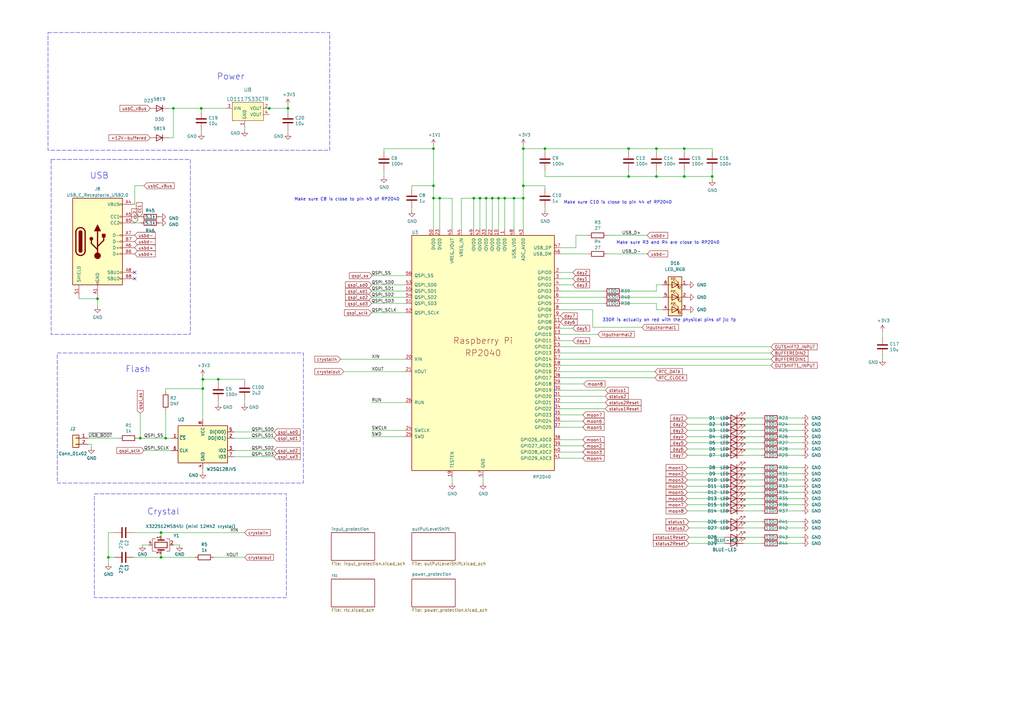
<source format=kicad_sch>
(kicad_sch (version 20230121) (generator eeschema)
  (paper "A3")
  (title_block (title "RP2040 Minimal Design Example") (date "2020-12-18") (rev "REV1") (company "Raspberry Pi (Trading) Ltd"))
  (junction (at 196.85 81.28))
  (junction (at 66.04 218.44))
  (junction (at 40.005 122.555))
  (junction (at 201.93 81.28))
  (junction (at 214.63 76.2))
  (junction (at 292.1 72.39))
  (junction (at 207.01 81.28))
  (junction (at 269.24 60.96))
  (junction (at 66.04 228.6))
  (junction (at 82.55 44.45))
  (junction (at 280.67 72.39))
  (junction (at 57.531 179.705))
  (junction (at 257.81 60.96))
  (junction (at 89.535 155.575))
  (junction (at 83.185 155.575))
  (junction (at 180.34 81.28))
  (junction (at 204.47 81.28))
  (junction (at 83.185 159.385))
  (junction (at 44.45 228.6))
  (junction (at 194.31 81.28))
  (junction (at 214.63 81.28))
  (junction (at 71.12 44.45))
  (junction (at 177.8 81.28))
  (junction (at 177.8 76.2))
  (junction (at 118.11 44.45))
  (junction (at 110.49 44.45))
  (junction (at 199.39 81.28))
  (junction (at 257.81 72.39))
  (junction (at 214.63 60.96))
  (junction (at 210.82 81.28))
  (junction (at 223.52 60.96))
  (junction (at 177.8 60.96))
  (junction (at 269.24 72.39))
  (junction (at 67.945 179.705))
  (junction (at 280.67 60.96))
  (no_connect (at 55.245 114.3))
  (no_connect (at 55.245 111.76))
  (polyline (pts (xy 227.33 176.53) (xy 227.33 156.21)))
  (wire (pts (xy 320.04 209.55) (xy 328.93 209.55)))
  (wire (pts (xy 361.95 135.89) (xy 361.95 138.43)))
  (wire (pts (xy 59.055 184.785) (xy 70.485 184.785)))
  (wire (pts (xy 198.12 195.58) (xy 198.12 198.12)))
  (wire (pts (xy 189.23 81.28) (xy 194.31 81.28)))
  (wire (pts (xy 304.8 216.535) (xy 312.42 216.535)))
  (wire (pts (xy 229.87 185.42) (xy 239.395 185.42)))
  (wire (pts (xy 247.65 124.46) (xy 229.87 124.46)))
  (wire (pts (xy 234.95 114.3) (xy 229.87 114.3)))
  (wire (pts (xy 248.285 162.56) (xy 229.87 162.56)))
  (wire (pts (xy 48.895 179.705) (xy 36.195 179.705)))
  (wire (pts (xy 32.385 121.92) (xy 32.385 122.555)))
  (wire (pts (xy 110.49 44.45) (xy 118.11 44.45)))
  (wire (pts (xy 247.65 119.38) (xy 229.87 119.38)))
  (wire (pts (xy 304.8 176.53) (xy 312.42 176.53)))
  (wire (pts (xy 194.31 93.98) (xy 194.31 81.28)))
  (wire (pts (xy 44.45 228.6) (xy 44.45 231.14)))
  (wire (pts (xy 67.945 160.655) (xy 67.945 159.385)))
  (wire (pts (xy 89.535 164.465) (xy 89.535 165.735)))
  (wire (pts (xy 320.04 194.31) (xy 328.93 194.31)))
  (wire (pts (xy 157.48 62.23) (xy 157.48 60.96)))
  (wire (pts (xy 207.01 81.28) (xy 207.01 93.98)))
  (wire (pts (xy 280.67 72.39) (xy 269.24 72.39)))
  (wire (pts (xy 37.465 182.245) (xy 37.465 183.515)))
  (wire (pts (xy 83.185 155.575) (xy 83.185 159.385)))
  (wire (pts (xy 180.34 93.98) (xy 180.34 81.28)))
  (wire (pts (xy 229.87 147.32) (xy 316.23 147.32)))
  (wire (pts (xy 71.12 56.515) (xy 69.215 56.515)))
  (wire (pts (xy 36.195 182.245) (xy 37.465 182.245)))
  (wire (pts (xy 223.52 72.39) (xy 257.81 72.39)))
  (wire (pts (xy 69.215 44.45) (xy 71.12 44.45)))
  (wire (pts (xy 229.87 187.96) (xy 239.395 187.96)))
  (wire (pts (xy 320.04 184.15) (xy 328.93 184.15)))
  (wire (pts (xy 320.04 173.99) (xy 328.93 173.99)))
  (wire (pts (xy 320.04 220.345) (xy 328.93 220.345)))
  (wire (pts (xy 281.94 209.55) (xy 297.18 209.55)))
  (wire (pts (xy 304.8 199.39) (xy 312.42 199.39)))
  (wire (pts (xy 177.8 60.96) (xy 177.8 76.2)))
  (wire (pts (xy 196.85 93.98) (xy 196.85 81.28)))
  (wire (pts (xy 214.63 81.28) (xy 214.63 93.98)))
  (wire (pts (xy 304.8 201.93) (xy 312.42 201.93)))
  (wire (pts (xy 281.94 196.85) (xy 297.18 196.85)))
  (wire (pts (xy 180.34 81.28) (xy 177.8 81.28)))
  (wire (pts (xy 320.04 191.77) (xy 328.93 191.77)))
  (wire (pts (xy 118.11 44.45) (xy 118.11 43.18)))
  (wire (pts (xy 282.575 220.345) (xy 297.18 220.345)))
  (wire (pts (xy 268.605 154.94) (xy 229.87 154.94)))
  (wire (pts (xy 67.945 168.275) (xy 67.945 179.705)))
  (wire (pts (xy 196.85 81.28) (xy 199.39 81.28)))
  (wire (pts (xy 194.31 81.28) (xy 196.85 81.28)))
  (wire (pts (xy 214.63 59.69) (xy 214.63 60.96)))
  (wire (pts (xy 223.52 60.96) (xy 257.81 60.96)))
  (wire (pts (xy 282.575 216.535) (xy 297.18 216.535)))
  (wire (pts (xy 304.8 173.99) (xy 312.42 173.99)))
  (wire (pts (xy 157.48 60.96) (xy 177.8 60.96)))
  (wire (pts (xy 304.8 196.85) (xy 312.42 196.85)))
  (wire (pts (xy 269.24 62.23) (xy 269.24 60.96)))
  (wire (pts (xy 257.81 69.85) (xy 257.81 72.39)))
  (wire (pts (xy 229.87 157.48) (xy 239.395 157.48)))
  (wire (pts (xy 177.8 76.2) (xy 177.8 81.28)))
  (wire (pts (xy 269.24 60.96) (xy 280.67 60.96)))
  (wire (pts (xy 248.285 167.64) (xy 229.87 167.64)))
  (wire (pts (xy 229.87 101.6) (xy 236.22 101.6)))
  (wire (pts (xy 281.94 171.45) (xy 297.18 171.45)))
  (wire (pts (xy 269.24 119.38) (xy 269.24 116.84)))
  (wire (pts (xy 304.8 213.995) (xy 312.42 213.995)))
  (wire (pts (xy 292.1 72.39) (xy 292.1 73.66)))
  (wire (pts (xy 140.97 152.4) (xy 166.37 152.4)))
  (wire (pts (xy 229.87 149.86) (xy 316.23 149.86)))
  (wire (pts (xy 229.87 104.14) (xy 241.3 104.14)))
  (wire (pts (xy 66.04 228.6) (xy 80.01 228.6)))
  (wire (pts (xy 139.7 147.32) (xy 166.37 147.32)))
  (wire (pts (xy 214.63 60.96) (xy 223.52 60.96)))
  (wire (pts (xy 44.45 218.44) (xy 44.45 228.6)))
  (wire (pts (xy 46.99 218.44) (xy 44.45 218.44)))
  (wire (pts (xy 55.245 91.44) (xy 57.785 91.44)))
  (wire (pts (xy 304.8 204.47) (xy 312.42 204.47)))
  (wire (pts (xy 82.55 53.34) (xy 82.55 54.61)))
  (wire (pts (xy 263.2964 134.2644) (xy 243.078 134.2644)))
  (wire (pts (xy 168.91 77.47) (xy 168.91 76.2)))
  (wire (pts (xy 281.94 173.99) (xy 297.18 173.99)))
  (wire (pts (xy 236.22 96.52) (xy 236.22 101.6)))
  (wire (pts (xy 257.81 60.96) (xy 269.24 60.96)))
  (wire (pts (xy 229.87 175.26) (xy 239.395 175.26)))
  (wire (pts (xy 185.42 81.28) (xy 180.34 81.28)))
  (wire (pts (xy 166.37 113.03) (xy 152.4 113.03)))
  (wire (pts (xy 223.52 77.47) (xy 223.52 76.2)))
  (wire (pts (xy 247.65 121.92) (xy 229.87 121.92)))
  (wire (pts (xy 255.27 121.92) (xy 271.78 121.92)))
  (wire (pts (xy 320.04 181.61) (xy 328.93 181.61)))
  (wire (pts (xy 280.67 72.39) (xy 292.1 72.39)))
  (wire (pts (xy 269.24 72.39) (xy 257.81 72.39)))
  (wire (pts (xy 229.87 182.88) (xy 239.395 182.88)))
  (wire (pts (xy 57.531 179.705) (xy 67.945 179.705)))
  (wire (pts (xy 304.8 184.15) (xy 312.42 184.15)))
  (wire (pts (xy 57.531 169.545) (xy 57.531 179.705)))
  (wire (pts (xy 223.52 62.23) (xy 223.52 60.96)))
  (wire (pts (xy 100.33 155.575) (xy 100.33 156.21)))
  (wire (pts (xy 199.39 81.28) (xy 201.93 81.28)))
  (wire (pts (xy 234.95 111.76) (xy 229.87 111.76)))
  (wire (pts (xy 223.52 85.09) (xy 223.52 86.36)))
  (wire (pts (xy 281.94 201.93) (xy 297.18 201.93)))
  (wire (pts (xy 201.93 81.28) (xy 204.47 81.28)))
  (wire (pts (xy 152.4 119.38) (xy 166.37 119.38)))
  (wire (pts (xy 292.1 62.23) (xy 292.1 60.96)))
  (wire (pts (xy 166.37 176.53) (xy 152.4 176.53)))
  (wire (pts (xy 207.01 81.28) (xy 210.82 81.28)))
  (wire (pts (xy 257.81 62.23) (xy 257.81 60.96)))
  (wire (pts (xy 248.92 96.52) (xy 265.43 96.52)))
  (wire (pts (xy 229.87 172.72) (xy 239.395 172.72)))
  (wire (pts (xy 185.42 93.98) (xy 185.42 81.28)))
  (wire (pts (xy 89.535 155.575) (xy 83.185 155.575)))
  (wire (pts (xy 168.91 85.09) (xy 168.91 86.36)))
  (wire (pts (xy 177.8 59.69) (xy 177.8 60.96)))
  (wire (pts (xy 95.885 177.165) (xy 112.395 177.165)))
  (wire (pts (xy 152.4 121.92) (xy 166.37 121.92)))
  (wire (pts (xy 304.8 207.01) (xy 312.42 207.01)))
  (wire (pts (xy 66.04 219.71) (xy 66.04 218.44)))
  (wire (pts (xy 255.27 119.38) (xy 269.24 119.38)))
  (wire (pts (xy 210.82 93.98) (xy 210.82 81.28)))
  (wire (pts (xy 304.8 194.31) (xy 312.42 194.31)))
  (wire (pts (xy 95.885 179.705) (xy 112.395 179.705)))
  (wire (pts (xy 152.4 124.46) (xy 166.37 124.46)))
  (wire (pts (xy 229.87 170.18) (xy 239.395 170.18)))
  (wire (pts (xy 271.78 116.84) (xy 269.24 116.84)))
  (wire (pts (xy 82.55 44.45) (xy 92.71 44.45)))
  (wire (pts (xy 281.94 184.15) (xy 297.18 184.15)))
  (wire (pts (xy 32.385 122.555) (xy 40.005 122.555)))
  (wire (pts (xy 95.885 187.325) (xy 112.395 187.325)))
  (wire (pts (xy 100.33 52.07) (xy 100.33 53.34)))
  (wire (pts (xy 282.575 213.995) (xy 297.18 213.995)))
  (wire (pts (xy 304.8 209.55) (xy 312.42 209.55)))
  (wire (pts (xy 269.24 127) (xy 269.24 124.46)))
  (wire (pts (xy 320.04 216.535) (xy 328.93 216.535)))
  (wire (pts (xy 361.95 146.05) (xy 361.95 147.32)))
  (wire (pts (xy 280.67 69.85) (xy 280.67 72.39)))
  (wire (pts (xy 107.95 44.45) (xy 110.49 44.45)))
  (wire (pts (xy 58.42 223.52) (xy 60.96 223.52)))
  (wire (pts (xy 166.37 165.1) (xy 152.4 165.1)))
  (wire (pts (xy 204.47 81.28) (xy 207.01 81.28)))
  (wire (pts (xy 234.95 116.84) (xy 229.87 116.84)))
  (wire (pts (xy 304.8 171.45) (xy 312.42 171.45)))
  (wire (pts (xy 281.94 176.53) (xy 297.18 176.53)))
  (wire (pts (xy 280.67 62.23) (xy 280.67 60.96)))
  (wire (pts (xy 292.1 69.85) (xy 292.1 72.39)))
  (wire (pts (xy 168.91 76.2) (xy 177.8 76.2)))
  (wire (pts (xy 304.8 220.345) (xy 312.42 220.345)))
  (wire (pts (xy 118.11 45.72) (xy 118.11 44.45)))
  (wire (pts (xy 268.605 152.4) (xy 229.87 152.4)))
  (wire (pts (xy 210.82 81.28) (xy 214.63 81.28)))
  (wire (pts (xy 46.99 228.6) (xy 44.45 228.6)))
  (wire (pts (xy 54.61 228.6) (xy 66.04 228.6)))
  (wire (pts (xy 73.66 223.52) (xy 71.12 223.52)))
  (wire (pts (xy 95.885 184.785) (xy 112.395 184.785)))
  (wire (pts (xy 82.55 45.72) (xy 82.55 44.45)))
  (wire (pts (xy 214.63 76.2) (xy 214.63 81.28)))
  (wire (pts (xy 271.78 127) (xy 269.24 127)))
  (wire (pts (xy 304.8 222.885) (xy 312.42 222.885)))
  (wire (pts (xy 243.078 134.2644) (xy 243.078 127)))
  (wire (pts (xy 281.94 191.77) (xy 297.18 191.77)))
  (wire (pts (xy 83.185 154.305) (xy 83.185 155.575)))
  (wire (pts (xy 320.04 179.07) (xy 328.93 179.07)))
  (wire (pts (xy 56.515 179.705) (xy 57.531 179.705)))
  (wire (pts (xy 83.185 192.405) (xy 83.185 193.675)))
  (wire (pts (xy 281.94 194.31) (xy 297.18 194.31)))
  (wire (pts (xy 320.04 204.47) (xy 328.93 204.47)))
  (wire (pts (xy 185.42 195.58) (xy 185.42 198.12)))
  (wire (pts (xy 229.87 137.16) (xy 245.2116 137.16)))
  (wire (pts (xy 320.04 176.53) (xy 328.93 176.53)))
  (wire (pts (xy 55.245 88.9) (xy 57.785 88.9)))
  (wire (pts (xy 320.04 186.69) (xy 328.93 186.69)))
  (wire (pts (xy 201.93 93.98) (xy 201.93 81.28)))
  (wire (pts (xy 320.04 196.85) (xy 328.93 196.85)))
  (wire (pts (xy 189.23 93.98) (xy 189.23 81.28)))
  (wire (pts (xy 281.94 186.69) (xy 297.18 186.69)))
  (wire (pts (xy 40.005 121.92) (xy 40.005 122.555)))
  (wire (pts (xy 89.535 156.845) (xy 89.535 155.575)))
  (wire (pts (xy 234.95 139.7) (xy 229.87 139.7)))
  (wire (pts (xy 229.87 180.34) (xy 239.395 180.34)))
  (wire (pts (xy 66.04 227.33) (xy 66.04 228.6)))
  (wire (pts (xy 304.8 181.61) (xy 312.42 181.61)))
  (wire (pts (xy 248.92 104.14) (xy 266.065 104.14)))
  (wire (pts (xy 199.39 93.98) (xy 199.39 81.28)))
  (wire (pts (xy 157.48 69.85) (xy 157.48 72.39)))
  (wire (pts (xy 229.87 127) (xy 243.078 127)))
  (wire (pts (xy 55.245 76.2) (xy 59.055 76.2)))
  (wire (pts (xy 118.11 53.34) (xy 118.11 54.61)))
  (wire (pts (xy 229.87 142.24) (xy 316.23 142.24)))
  (wire (pts (xy 282.575 222.885) (xy 297.18 222.885)))
  (wire (pts (xy 281.94 181.61) (xy 297.18 181.61)))
  (wire (pts (xy 280.67 60.96) (xy 292.1 60.96)))
  (wire (pts (xy 320.04 213.995) (xy 328.93 213.995)))
  (wire (pts (xy 204.47 93.98) (xy 204.47 81.28)))
  (wire (pts (xy 304.8 179.07) (xy 312.42 179.07)))
  (wire (pts (xy 320.04 222.885) (xy 328.93 222.885)))
  (wire (pts (xy 67.945 159.385) (xy 83.185 159.385)))
  (wire (pts (xy 281.94 204.47) (xy 297.18 204.47)))
  (wire (pts (xy 83.185 159.385) (xy 83.185 172.085)))
  (wire (pts (xy 304.8 186.69) (xy 312.42 186.69)))
  (wire (pts (xy 100.33 155.575) (xy 89.535 155.575)))
  (wire (pts (xy 248.285 160.02) (xy 229.87 160.02)))
  (wire (pts (xy 304.8 191.77) (xy 312.42 191.77)))
  (wire (pts (xy 40.005 122.555) (xy 40.005 125.73)))
  (wire (pts (xy 320.04 207.01) (xy 328.93 207.01)))
  (wire (pts (xy 281.94 179.07) (xy 297.18 179.07)))
  (wire (pts (xy 269.24 69.85) (xy 269.24 72.39)))
  (wire (pts (xy 100.33 163.83) (xy 100.33 165.735)))
  (wire (pts (xy 248.285 165.1) (xy 229.87 165.1)))
  (wire (pts (xy 54.61 218.44) (xy 66.04 218.44)))
  (wire (pts (xy 320.04 201.93) (xy 328.93 201.93)))
  (wire (pts (xy 177.8 81.28) (xy 177.8 93.98)))
  (wire (pts (xy 229.87 144.78) (xy 316.23 144.78)))
  (wire (pts (xy 71.12 44.45) (xy 82.55 44.45)))
  (wire (pts (xy 236.22 96.52) (xy 241.3 96.52)))
  (wire (pts (xy 281.94 207.01) (xy 297.18 207.01)))
  (wire (pts (xy 71.12 44.45) (xy 71.12 56.515)))
  (wire (pts (xy 320.04 199.39) (xy 328.93 199.39)))
  (wire (pts (xy 223.52 69.85) (xy 223.52 72.39)))
  (wire (pts (xy 255.27 124.46) (xy 269.24 124.46)))
  (wire (pts (xy 320.04 171.45) (xy 328.93 171.45)))
  (wire (pts (xy 66.04 218.44) (xy 100.33 218.44)))
  (wire (pts (xy 281.94 199.39) (xy 297.18 199.39)))
  (wire (pts (xy 87.63 228.6) (xy 100.33 228.6)))
  (wire (pts (xy 166.37 179.07) (xy 152.4 179.07)))
  (wire (pts (xy 166.37 128.27) (xy 152.4 128.27)))
  (wire (pts (xy 214.63 60.96) (xy 214.63 76.2)))
  (wire (pts (xy 55.245 83.82) (xy 55.245 76.2)))
  (wire (pts (xy 152.4 116.84) (xy 166.37 116.84)))
  (wire (pts (xy 214.63 76.2) (xy 223.52 76.2)))
  (wire (pts (xy 67.945 179.705) (xy 70.485 179.705)))
  (wire (pts (xy 234.95 134.62) (xy 229.87 134.62)))
  (rectangle (start 23.495 144.78) (end 124.46 198.12) (stroke (width 0) (type dash)))
  (rectangle (start 19.685 13.335) (end 135.255 61.595) (stroke (width 0) (type dash)))
  (rectangle (start 38.735 202.565) (end 117.475 245.11) (stroke (width 0) (type dash)))
  (rectangle (start 20.955 65.405) (end 78.105 137.16) (stroke (width 0) (type dash)))
  (text "Power" (at 88.9 33.02 0) (effects (font (size 2.54 2.54)) (justify left bottom)))
  (text "Flash" (at 51.435 153.035 0) (effects (font (size 2.54 2.54)) (justify left bottom)))
  (text "USB" (at 36.83 73.66 0) (effects (font (size 2.54 2.54)) (justify left bottom)))
  (text "Crystal" (at 60.325 211.455 0) (effects (font (size 2.54 2.54)) (justify left bottom)))
  (text "Make sure R3 and R4 are close to RP2040" (at 252.73 100.33 0) (effects (font (size 1.27 1.27)) (justify left bottom)))
  (text "Make sure C8 is close to pin 45 of RP2040" (at 120.65 82.55 0) (effects (font (size 1.27 1.27)) (justify left bottom)))
  (text "330R is actually on red with the physical pins of jlc fp\n" (at 247.015 132.08 0) (effects (font (size 1.27 1.27)) (justify left bottom)))
  (text "Make sure C10 is close to pin 44 of RP2040" (at 231.14 83.82 0) (effects (font (size 1.27 1.27)) (justify left bottom)))
  (label "QSPI_SD0" (at 112.395 177.165 180))
  (label "QSPI_SD3" (at 152.4 124.46 0))
  (label "USB_D+" (at 262.89 96.52 180))
  (label "USB_D-" (at 262.89 104.14 180))
  (label "QSPI_SD1" (at 152.4 119.38 0))
  (label "QSPI_SCLK" (at 152.4 128.27 0))
  (label "QSPI_SD2" (at 152.4 121.92 0))
  (label "QSPI_SCLK" (at 59.055 184.785 0))
  (label "XOUT" (at 152.4 152.4 0))
  (label "QSPI_SD2" (at 112.395 184.785 180))
  (label "SWCLK" (at 152.4 176.53 0))
  (label "QSPI_SD3" (at 112.395 187.325 180))
  (label "QSPI_SS" (at 59.055 179.705 0))
  (label "XOUT" (at 97.79 228.6 180))
  (label "~{USB_BOOT}" (at 36.195 179.705 0))
  (label "XIN" (at 97.79 218.44 180))
  (label "SWD" (at 152.4 179.07 0))
  (label "QSPI_SD1" (at 112.395 179.705 180))
  (label "XIN" (at 152.4 147.32 0))
  (label "QSPI_SS" (at 152.4 113.03 0))
  (label "QSPI_SD0" (at 152.4 116.84 0))
  (label "RUN" (at 152.4 165.1 0))
  (global_label "day7" (shape input) (at 281.94 186.69 180) (property "Intersheetrefs" "${INTERSHEET_REFS}" (effects hide)))
  (global_label "moon2" (shape input) (at 281.94 194.31 180) (property "Intersheetrefs" "${INTERSHEET_REFS}" (effects hide)))
  (global_label "status1Reset" (shape input) (at 248.285 167.64 0) (property "Intersheetrefs" "${INTERSHEET_REFS}" (effects hide)))
  (global_label "qspi_sclk" (shape input) (at 152.4 128.27 180) (property "Intersheetrefs" "${INTERSHEET_REFS}" (effects hide)))
  (global_label "RTC_DATA" (shape input) (at 268.605 152.4 0) (property "Intersheetrefs" "${INTERSHEET_REFS}" (effects hide)))
  (global_label "+12V-buffered" (shape input) (at 61.595 56.515 180) (property "Intersheetrefs" "${INTERSHEET_REFS}" (effects hide)))
  (global_label "usbd+" (shape input) (at 265.43 96.52 0) (property "Intersheetrefs" "${INTERSHEET_REFS}" (effects hide)))
  (global_label "cc1" (shape input) (at 57.15 88.9 90) (property "Intersheetrefs" "${INTERSHEET_REFS}" (effects hide)))
  (global_label "usbd-" (shape input) (at 55.245 99.06 0) (property "Intersheetrefs" "${INTERSHEET_REFS}" (effects hide)))
  (global_label "status2Reset" (shape input) (at 282.575 222.885 180) (property "Intersheetrefs" "${INTERSHEET_REFS}" (effects hide)))
  (global_label "crystalout" (shape input) (at 100.33 228.6 0) (property "Intersheetrefs" "${INTERSHEET_REFS}" (effects hide)))
  (global_label "day3" (shape input) (at 281.94 176.53 180) (property "Intersheetrefs" "${INTERSHEET_REFS}" (effects hide)))
  (global_label "qspi_sd3" (shape input) (at 112.395 187.325 0) (property "Intersheetrefs" "${INTERSHEET_REFS}" (effects hide)))
  (global_label "OUTSHIFT2_INPUT" (shape input) (at 316.23 142.24 0) (property "Intersheetrefs" "${INTERSHEET_REFS}" (effects hide)))
  (global_label "moon5" (shape input) (at 239.014 175.26 0) (property "Intersheetrefs" "${INTERSHEET_REFS}" (effects hide)))
  (global_label "status2Reset" (shape input) (at 248.285 165.1 0) (property "Intersheetrefs" "${INTERSHEET_REFS}" (effects hide)))
  (global_label "qspi_ss" (shape input) (at 152.654 113.03 180) (property "Intersheetrefs" "${INTERSHEET_REFS}" (effects hide)))
  (global_label "usbd-" (shape input) (at 55.245 96.52 0) (property "Intersheetrefs" "${INTERSHEET_REFS}" (effects hide)))
  (global_label "qspi_sd1" (shape input) (at 152.4 119.38 180) (property "Intersheetrefs" "${INTERSHEET_REFS}" (effects hide)))
  (global_label "usbd+" (shape input) (at 55.245 104.14 0) (property "Intersheetrefs" "${INTERSHEET_REFS}" (effects hide)))
  (global_label "moon1" (shape input) (at 239.014 180.34 0) (property "Intersheetrefs" "${INTERSHEET_REFS}" (effects hide)))
  (global_label "RTC_CLOCK" (shape input) (at 268.605 154.94 0) (property "Intersheetrefs" "${INTERSHEET_REFS}" (effects hide)))
  (global_label "qspi_sd2" (shape input) (at 152.4 121.92 180) (property "Intersheetrefs" "${INTERSHEET_REFS}" (effects hide)))
  (global_label "usbd-" (shape input) (at 265.43 104.14 0) (property "Intersheetrefs" "${INTERSHEET_REFS}" (effects hide)))
  (global_label "crystalout" (shape input) (at 140.97 152.4 180) (property "Intersheetrefs" "${INTERSHEET_REFS}" (effects hide)))
  (global_label "qspi_sd1" (shape input) (at 112.395 179.705 0) (property "Intersheetrefs" "${INTERSHEET_REFS}" (effects hide)))
  (global_label "status1" (shape input) (at 282.575 213.995 180) (property "Intersheetrefs" "${INTERSHEET_REFS}" (effects hide)))
  (global_label "day6" (shape input) (at 281.94 184.15 180) (property "Intersheetrefs" "${INTERSHEET_REFS}" (effects hide)))
  (global_label "status2" (shape input) (at 248.285 162.56 0) (property "Intersheetrefs" "${INTERSHEET_REFS}" (effects hide)))
  (global_label "day7" (shape input) (at 229.87 129.54 0) (property "Intersheetrefs" "${INTERSHEET_REFS}" (effects hide)))
  (global_label "BUFFEREDIN2" (shape input) (at 316.23 144.78 0) (property "Intersheetrefs" "${INTERSHEET_REFS}" (effects hide)))
  (global_label "status2" (shape input) (at 282.575 216.535 180) (property "Intersheetrefs" "${INTERSHEET_REFS}" (effects hide)))
  (global_label "day4" (shape input) (at 234.95 139.7 0) (property "Intersheetrefs" "${INTERSHEET_REFS}" (effects hide)))
  (global_label "qspi_sd3" (shape input) (at 152.4 124.46 180) (property "Intersheetrefs" "${INTERSHEET_REFS}" (effects hide)))
  (global_label "moon7" (shape input) (at 239.014 170.18 0) (property "Intersheetrefs" "${INTERSHEET_REFS}" (effects hide)))
  (global_label "crystalin" (shape input) (at 139.7 147.32 180) (property "Intersheetrefs" "${INTERSHEET_REFS}" (effects hide)))
  (global_label "moon2" (shape input) (at 239.014 182.88 0) (property "Intersheetrefs" "${INTERSHEET_REFS}" (effects hide)))
  (global_label "usbC_vBus" (shape input) (at 59.055 76.2 0) (property "Intersheetrefs" "${INTERSHEET_REFS}" (effects hide)))
  (global_label "cc2" (shape input) (at 55.245 91.44 90) (property "Intersheetrefs" "${INTERSHEET_REFS}" (effects hide)))
  (global_label "qspi_sd2" (shape input) (at 112.395 184.785 0) (property "Intersheetrefs" "${INTERSHEET_REFS}" (effects hide)))
  (global_label "moon8" (shape input) (at 239.395 157.48 0) (property "Intersheetrefs" "${INTERSHEET_REFS}" (effects hide)))
  (global_label "status1Reset" (shape input) (at 282.575 220.345 180) (property "Intersheetrefs" "${INTERSHEET_REFS}" (effects hide)))
  (global_label "moon8" (shape input) (at 281.94 209.55 180) (property "Intersheetrefs" "${INTERSHEET_REFS}" (effects hide)))
  (global_label "moon4" (shape input) (at 239.014 187.96 0) (property "Intersheetrefs" "${INTERSHEET_REFS}" (effects hide)))
  (global_label "day2" (shape input) (at 281.94 173.99 180) (property "Intersheetrefs" "${INTERSHEET_REFS}" (effects hide)))
  (global_label "OUTSHIFT1_INPUT" (shape input) (at 316.23 149.86 0) (property "Intersheetrefs" "${INTERSHEET_REFS}" (effects hide)))
  (global_label "day3" (shape input) (at 234.95 116.84 0) (property "Intersheetrefs" "${INTERSHEET_REFS}" (effects hide)))
  (global_label "day2" (shape input) (at 234.95 111.76 0) (property "Intersheetrefs" "${INTERSHEET_REFS}" (effects hide)))
  (global_label "inputnormal1" (shape input) (at 263.2964 134.2644 0) (property "Intersheetrefs" "${INTERSHEET_REFS}" (effects hide)))
  (global_label "BUFFEREDIN1" (shape input) (at 316.23 147.32 0) (property "Intersheetrefs" "${INTERSHEET_REFS}" (effects hide)))
  (global_label "moon5" (shape input) (at 281.94 201.93 180) (property "Intersheetrefs" "${INTERSHEET_REFS}" (effects hide)))
  (global_label "day1" (shape input) (at 281.94 171.45 180) (property "Intersheetrefs" "${INTERSHEET_REFS}" (effects hide)))
  (global_label "day5" (shape input) (at 281.94 181.61 180) (property "Intersheetrefs" "${INTERSHEET_REFS}" (effects hide)))
  (global_label "usbC_vBus" (shape input) (at 61.595 44.45 180) (property "Intersheetrefs" "${INTERSHEET_REFS}" (effects hide)))
  (global_label "moon1" (shape input) (at 281.94 191.77 180) (property "Intersheetrefs" "${INTERSHEET_REFS}" (effects hide)))
  (global_label "day1" (shape input) (at 234.95 114.3 0) (property "Intersheetrefs" "${INTERSHEET_REFS}" (effects hide)))
  (global_label "day6" (shape input) (at 229.87 132.08 0) (property "Intersheetrefs" "${INTERSHEET_REFS}" (effects hide)))
  (global_label "inputnormal2" (shape input) (at 245.2116 137.16 0) (property "Intersheetrefs" "${INTERSHEET_REFS}" (effects hide)))
  (global_label "moon6" (shape input) (at 239.014 172.72 0) (property "Intersheetrefs" "${INTERSHEET_REFS}" (effects hide)))
  (global_label "qspi_sd0" (shape input) (at 112.395 177.165 0) (property "Intersheetrefs" "${INTERSHEET_REFS}" (effects hide)))
  (global_label "day5" (shape input) (at 234.95 134.62 0) (property "Intersheetrefs" "${INTERSHEET_REFS}" (effects hide)))
  (global_label "qspi_sclk" (shape input) (at 59.055 184.785 180) (property "Intersheetrefs" "${INTERSHEET_REFS}" (effects hide)))
  (global_label "usbd+" (shape input) (at 55.245 101.6 0) (property "Intersheetrefs" "${INTERSHEET_REFS}" (effects hide)))
  (global_label "moon3" (shape input) (at 281.94 196.85 180) (property "Intersheetrefs" "${INTERSHEET_REFS}" (effects hide)))
  (global_label "status1" (shape input) (at 248.285 160.02 0) (property "Intersheetrefs" "${INTERSHEET_REFS}" (effects hide)))
  (global_label "moon4" (shape input) (at 281.94 199.39 180) (property "Intersheetrefs" "${INTERSHEET_REFS}" (effects hide)))
  (global_label "moon6" (shape input) (at 281.94 204.47 180) (property "Intersheetrefs" "${INTERSHEET_REFS}" (effects hide)))
  (global_label "moon7" (shape input) (at 281.94 207.01 180) (property "Intersheetrefs" "${INTERSHEET_REFS}" (effects hide)))
  (global_label "crystalin" (shape input) (at 100.33 218.44 0) (property "Intersheetrefs" "${INTERSHEET_REFS}" (effects hide)))
  (global_label "qspi_sd0" (shape input) (at 152.4 116.84 180) (property "Intersheetrefs" "${INTERSHEET_REFS}" (effects hide)))
  (global_label "day4" (shape input) (at 281.94 179.07 180) (property "Intersheetrefs" "${INTERSHEET_REFS}" (effects hide)))
  (global_label "moon3" (shape input) (at 239.014 185.42 0) (property "Intersheetrefs" "${INTERSHEET_REFS}" (effects hide)))
  (global_label "qspi_ss" (shape input) (at 57.531 169.545 90) (property "Intersheetrefs" "${INTERSHEET_REFS}" (effects hide)))
  (symbol (lib_id "MCU_RaspberryPi_RP2040:RP2040") (at 198.12 144.78 0) (unit 1)
    (property "Reference" "U3" (at 170.18 95.25 0))
    (property "Value" "RP2040" (at 222.25 195.58 0))
    (property "Footprint" "RP2040_minimal:RP2040-QFN-56" (effects hide))
    (property "JLC part Number" "C2040" (effects hide))
    (property "LCSC" "C2040" (effects hide))
  )
  (symbol (lib_id "Device:C") (at 50.8 218.44 270) (unit 1)
    (property "Reference" "C2" (at 51.9684 221.361 0) (effects (justify left)))
    (property "Value" "27p" (at 49.657 221.361 0) (effects (justify left)))
    (property "Footprint" "Capacitor_SMD:C_0402_1005Metric" (effects hide))
    (property "JLC part Number" "C1557" (effects hide))
    (property "LCSC" "C1557" (effects hide))
  )
  (symbol (lib_id "Device:C") (at 50.8 228.6 270) (unit 1)
    (property "Reference" "C3" (at 51.9684 231.521 0) (effects (justify left)))
    (property "Value" "27p" (at 49.657 231.521 0) (effects (justify left)))
    (property "Footprint" "Capacitor_SMD:C_0402_1005Metric" (effects hide))
    (property "JLC part Number" "C1557" (effects hide))
    (property "LCSC" "C1557" (effects hide))
  )
  (symbol (lib_id "power:GND") (at 44.45 231.14 0) (unit 1)
    (property "Reference" "#PWR06" (effects hide))
    (property "Value" "GND" (at 44.577 235.5342 0))
  )
  (symbol (lib_id "Memory_Flash:W25Q128JVS") (at 83.185 182.245 0) (unit 1)
    (property "Reference" "U2" (at 74.295 172.085 0))
    (property "Value" "W25Q128JVS" (at 90.805 192.405 0))
    (property "Footprint" "W25Q16JVUXIQ:SON50P300X200X60-9N" (effects hide))
    (property "Datasheet" "http://www.winbond.com/resource-files/w25q128jv_dtr%20revc%2003272018%20plus.pdf" (effects hide))
    (property "JLC part Number" "C97521" (effects hide))
    (property "LCSC" "C2843335" (effects hide))
  )
  (symbol (lib_id "power:+3V3") (at 83.185 154.305 0) (unit 1)
    (property "Reference" "#PWR07" (effects hide))
    (property "Value" "+3V3" (at 83.566 149.9108 0))
  )
  (symbol (lib_id "power:GND") (at 83.185 193.675 0) (unit 1)
    (property "Reference" "#PWR08" (effects hide))
    (property "Value" "GND" (at 79.375 194.945 0))
  )
  (symbol (lib_id "Device:R") (at 67.945 164.465 0) (unit 1)
    (property "Reference" "R2" (at 69.723 163.2966 0) (effects (justify left)))
    (property "Value" "DNF" (at 69.723 165.608 0) (effects (justify left)))
    (property "Footprint" "Capacitor_SMD:C_0402_1005Metric" (effects hide))
  )
  (symbol (lib_id "Device:R") (at 52.705 179.705 270) (unit 1)
    (property "Reference" "R1" (at 52.705 174.4472 90))
    (property "Value" "1k" (at 52.705 176.7586 90))
    (property "Footprint" "Capacitor_SMD:C_0402_1005Metric" (effects hide))
    (property "LCSC" "C11702" (effects hide))
  )
  (symbol (lib_id "Device:C") (at 89.535 160.655 0) (unit 1)
    (property "Reference" "C5" (at 92.456 159.4866 0) (effects (justify left)))
    (property "Value" "100n" (at 92.456 161.798 0) (effects (justify left)))
    (property "Footprint" "Capacitor_SMD:C_0402_1005Metric" (effects hide))
    (property "JLC part Number" "C1525" (effects hide))
    (property "LCSC" "C1525" (effects hide))
  )
  (symbol (lib_id "power:GND") (at 89.535 165.735 0) (unit 1)
    (property "Reference" "#PWR011" (effects hide))
    (property "Value" "GND" (at 93.345 167.005 0))
  )
  (symbol (lib_id "power:GND") (at 198.12 198.12 0) (unit 1)
    (property "Reference" "#PWR016" (effects hide))
    (property "Value" "GND" (at 198.247 202.5142 0))
  )
  (symbol (lib_id "power:GND") (at 185.42 198.12 0) (unit 1)
    (property "Reference" "#PWR015" (effects hide))
    (property "Value" "GND" (at 185.547 202.5142 0))
  )
  (symbol (lib_id "Device:R") (at 245.11 96.52 270) (unit 1)
    (property "Reference" "R3" (at 245.11 91.2622 90))
    (property "Value" "27" (at 245.11 93.5736 90))
    (property "Footprint" "Capacitor_SMD:C_0402_1005Metric" (effects hide))
    (property "JLC part Number" "C25100" (effects hide))
    (property "LCSC" "C25100" (effects hide))
  )
  (symbol (lib_id "Device:R") (at 245.11 104.14 270) (unit 1)
    (property "Reference" "R4" (at 245.11 99.06 90))
    (property "Value" "27" (at 245.11 101.6 90))
    (property "Footprint" "Capacitor_SMD:C_0402_1005Metric" (effects hide))
    (property "JLC part Number" "C25100" (effects hide))
    (property "LCSC" "C25100" (effects hide))
  )
  (symbol (lib_id "power:+3V3") (at 214.63 59.69 0) (unit 1)
    (property "Reference" "#PWR017" (effects hide))
    (property "Value" "+3V3" (at 215.011 55.2958 0))
  )
  (symbol (lib_id "power:+1V1") (at 177.8 59.69 0) (unit 1)
    (property "Reference" "#PWR014" (effects hide))
    (property "Value" "+1V1" (at 178.181 55.2958 0))
  )
  (symbol (lib_id "Device:C") (at 223.52 66.04 0) (unit 1)
    (property "Reference" "C9" (at 226.441 64.8716 0) (effects (justify left)))
    (property "Value" "100n" (at 226.441 67.183 0) (effects (justify left)))
    (property "Footprint" "Capacitor_SMD:C_0402_1005Metric" (effects hide))
    (property "JLC part Number" "C1525" (effects hide))
    (property "LCSC" "C1525" (effects hide))
  )
  (symbol (lib_id "Device:C") (at 257.81 66.04 0) (unit 1)
    (property "Reference" "C13" (at 260.731 64.8716 0) (effects (justify left)))
    (property "Value" "100n" (at 260.731 67.183 0) (effects (justify left)))
    (property "Footprint" "Capacitor_SMD:C_0402_1005Metric" (effects hide))
    (property "JLC part Number" "C1525" (effects hide))
    (property "LCSC" "C1525" (effects hide))
  )
  (symbol (lib_id "Device:C") (at 269.24 66.04 0) (unit 1)
    (property "Reference" "C14" (at 272.161 64.8716 0) (effects (justify left)))
    (property "Value" "100n" (at 272.161 67.183 0) (effects (justify left)))
    (property "Footprint" "Capacitor_SMD:C_0402_1005Metric" (effects hide))
    (property "JLC part Number" "C1525" (effects hide))
    (property "LCSC" "C1525" (effects hide))
  )
  (symbol (lib_id "Device:C") (at 280.67 66.04 0) (unit 1)
    (property "Reference" "C15" (at 283.591 64.8716 0) (effects (justify left)))
    (property "Value" "100n" (at 283.591 67.183 0) (effects (justify left)))
    (property "Footprint" "Capacitor_SMD:C_0402_1005Metric" (effects hide))
    (property "JLC part Number" "C1525" (effects hide))
    (property "LCSC" "C1525" (effects hide))
  )
  (symbol (lib_id "Device:C") (at 292.1 66.04 0) (unit 1)
    (property "Reference" "C16" (at 295.021 64.8716 0) (effects (justify left)))
    (property "Value" "100n" (at 295.021 67.183 0) (effects (justify left)))
    (property "Footprint" "Capacitor_SMD:C_0402_1005Metric" (effects hide))
    (property "JLC part Number" "C1525" (effects hide))
    (property "LCSC" "C1525" (effects hide))
  )
  (symbol (lib_id "Device:C") (at 157.48 66.04 0) (unit 1)
    (property "Reference" "C6" (at 160.401 64.8716 0) (effects (justify left)))
    (property "Value" "100n" (at 160.401 67.183 0) (effects (justify left)))
    (property "Footprint" "Capacitor_SMD:C_0402_1005Metric" (effects hide))
    (property "JLC part Number" "C1525" (effects hide))
    (property "LCSC" "C1525" (effects hide))
  )
  (symbol (lib_id "Device:C") (at 168.91 81.28 0) (unit 1)
    (property "Reference" "C8" (at 171.831 80.1116 0) (effects (justify left)))
    (property "Value" "1u" (at 171.831 82.423 0) (effects (justify left)))
    (property "Footprint" "Capacitor_SMD:C_0402_1005Metric" (effects hide))
    (property "JLC part Number" "C52923" (effects hide))
    (property "LCSC" "C52923" (effects hide))
  )
  (symbol (lib_id "Device:C") (at 223.52 81.28 0) (unit 1)
    (property "Reference" "C10" (at 226.441 80.1116 0) (effects (justify left)))
    (property "Value" "1u" (at 226.441 82.423 0) (effects (justify left)))
    (property "Footprint" "Capacitor_SMD:C_0402_1005Metric" (effects hide))
    (property "JLC part Number" "C52923" (effects hide))
    (property "LCSC" "C52923" (effects hide))
  )
  (symbol (lib_id "power:GND") (at 292.1 73.66 0) (unit 1)
    (property "Reference" "#PWR023" (effects hide))
    (property "Value" "GND" (at 292.227 78.0542 0))
  )
  (symbol (lib_id "power:GND") (at 157.48 72.39 0) (unit 1)
    (property "Reference" "#PWR012" (effects hide))
    (property "Value" "GND" (at 157.607 76.7842 0))
  )
  (symbol (lib_id "power:GND") (at 168.91 86.36 0) (unit 1)
    (property "Reference" "#PWR013" (effects hide))
    (property "Value" "GND" (at 169.037 90.7542 0))
  )
  (symbol (lib_id "power:GND") (at 223.52 86.36 0) (unit 1)
    (property "Reference" "#PWR018" (effects hide))
    (property "Value" "GND" (at 223.647 90.7542 0))
  )
  (symbol (lib_id "power:GND") (at 100.33 53.34 0) (unit 1)
    (property "Reference" "#PWR05" (effects hide))
    (property "Value" "GND" (at 96.52 54.61 0))
  )
  (symbol (lib_id "power:+3V3") (at 118.11 43.18 0) (unit 1)
    (property "Reference" "#PWR09" (effects hide))
    (property "Value" "+3V3" (at 118.491 38.7858 0))
  )
  (symbol (lib_id "Device:C") (at 82.55 49.53 0) (unit 1)
    (property "Reference" "C19" (at 85.471 48.3616 0) (effects (justify left)))
    (property "Value" "10u" (at 85.471 50.673 0) (effects (justify left)))
    (property "Footprint" "Capacitor_SMD:C_0402_1005Metric" (effects hide))
    (property "JLC part Number" "C15850" (effects hide))
    (property "LCSC" "C15525" (effects hide))
  )
  (symbol (lib_id "Device:C") (at 118.11 49.53 0) (unit 1)
    (property "Reference" "C20" (at 121.031 48.3616 0) (effects (justify left)))
    (property "Value" "10u" (at 121.031 50.673 0) (effects (justify left)))
    (property "Footprint" "Capacitor_SMD:C_0402_1005Metric" (effects hide))
    (property "JLC part Number" "C15850" (effects hide))
    (property "LCSC" "C15525" (effects hide))
  )
  (symbol (lib_id "power:GND") (at 82.55 54.61 0) (unit 1)
    (property "Reference" "#PWR04" (effects hide))
    (property "Value" "GND" (at 78.74 55.88 0))
  )
  (symbol (lib_id "power:GND") (at 118.11 54.61 0) (unit 1)
    (property "Reference" "#PWR010" (effects hide))
    (property "Value" "GND" (at 114.3 55.88 0))
  )
  (symbol (lib_id "Device:R") (at 83.82 228.6 270) (unit 1)
    (property "Reference" "R5" (at 83.82 223.3422 90))
    (property "Value" "1k" (at 83.82 225.6536 90))
    (property "Footprint" "Capacitor_SMD:C_0402_1005Metric" (effects hide))
    (property "LCSC" "C11702" (effects hide))
  )
  (symbol (lib_id "Device:Crystal_GND24") (at 66.04 223.52 270) (unit 1)
    (property "Reference" "Y1" (at 71.12 219.71 90) (effects (justify left)))
    (property "Value" "X322512MSB4SI (mini 12MhZ crystal)" (at 59.69 215.9 90) (effects (justify left)))
    (property "Footprint" "Crystal:Crystal_SMD_3225-4Pin_3.2x2.5mm" (effects hide))
    (property "JLC part Number" "C111117" (effects hide))
    (property "LCSC" "C9002" (effects hide))
  )
  (symbol (lib_id "power:+3V3") (at 361.95 135.89 0) (unit 1)
    (property "Reference" "#PWR024" (effects hide))
    (property "Value" "+3V3" (at 362.331 131.4958 0))
  )
  (symbol (lib_id "Device:C") (at 361.95 142.24 0) (unit 1)
    (property "Reference" "C17" (at 364.871 141.0716 0) (effects (justify left)))
    (property "Value" "10u" (at 364.871 143.383 0) (effects (justify left)))
    (property "Footprint" "Capacitor_SMD:C_0402_1005Metric" (effects hide))
    (property "JLC part Number" "C15850" (effects hide))
    (property "LCSC" "C15525" (effects hide))
  )
  (symbol (lib_id "power:GND") (at 361.95 147.32 0) (unit 1)
    (property "Reference" "#PWR025" (effects hide))
    (property "Value" "GND" (at 358.14 148.59 0))
  )
  (symbol (lib_id "Connector_Generic:Conn_01x02") (at 31.115 179.705 0) (mirror y) (unit 1)
    (property "Reference" "J2" (at 29.845 175.895 0))
    (property "Value" "Conn_01x02" (at 29.845 186.055 0))
    (property "Footprint" "Button_Switch_THT:SW_PUSH_6mm" (effects hide))
  )
  (symbol (lib_id "power:GND") (at 37.465 183.515 0) (unit 1)
    (property "Reference" "#PWR02" (effects hide))
    (property "Value" "GND" (at 37.592 187.9092 0))
  )
  (symbol (lib_id "power:GND") (at 328.93 186.69 90) (unit 1)
    (property "Reference" "#PWR0131" (effects hide))
    (property "Value" "GND" (at 332.74 186.69 90) (effects (justify right)))
  )
  (symbol (lib_id "Device:R") (at 316.23 199.39 270) (unit 1)
    (property "Reference" "R33" (at 321.31 199.39 90))
    (property "Value" "100r" (at 316.23 199.39 90))
    (property "Footprint" "Capacitor_SMD:C_0402_1005Metric" (effects hide))
    (property "JLC part Number" "C25076" (effects hide))
    (property "LCSC" "C25076" (effects hide))
  )
  (symbol (lib_id "Device:LED_RGB") (at 276.86 121.92 0) (mirror y) (unit 1)
    (property "Reference" "D16" (at 276.86 107.95 0))
    (property "Value" "LED_RGB" (at 276.86 110.49 0))
    (property "Footprint" "LED_SMD:LED_RGB_5050-6" (effects hide))
    (property "JLC part Number" "C784540" (effects hide))
    (property "LCSC" "C111658" (effects hide))
  )
  (symbol (lib_id "Device:R") (at 316.23 222.885 270) (unit 1)
    (property "Reference" "R44" (at 321.31 222.885 90))
    (property "Value" "100r" (at 316.23 222.885 90))
    (property "Footprint" "Capacitor_SMD:C_0402_1005Metric" (effects hide))
    (property "JLC part Number" "C25076" (effects hide))
    (property "LCSC" "C25104" (effects hide))
  )
  (symbol (lib_id "Device:LED") (at 300.99 213.995 180) (unit 1)
    (property "Reference" "D26" (at 292.1 213.995 0))
    (property "Value" "LED" (at 297.18 213.995 0))
    (property "Footprint" "LED_SMD:LED_0402_1005Metric" (effects hide))
    (property "JLC part Number" "C72038" (effects hide))
    (property "LCSC" "C434448" (effects hide))
  )
  (symbol (lib_id "power:GND") (at 328.93 173.99 90) (unit 1)
    (property "Reference" "#PWR0136" (effects hide))
    (property "Value" "GND" (at 332.74 173.9899 90) (effects (justify right)))
  )
  (symbol (lib_id "Device:R") (at 316.23 204.47 270) (unit 1)
    (property "Reference" "R35" (at 321.31 204.47 90))
    (property "Value" "100r" (at 316.23 204.47 90))
    (property "Footprint" "Capacitor_SMD:C_0402_1005Metric" (effects hide))
    (property "JLC part Number" "C25076" (effects hide))
    (property "LCSC" "C25076" (effects hide))
  )
  (symbol (lib_id "power:GND") (at 328.93 201.93 90) (unit 1)
    (property "Reference" "#PWR0126" (effects hide))
    (property "Value" "GND" (at 332.74 201.9299 90) (effects (justify right)))
  )
  (symbol (lib_id "Device:R") (at 61.595 88.9 90) (unit 1)
    (property "Reference" "R45" (at 61.595 86.36 90))
    (property "Value" "5.1k" (at 61.595 88.9 90))
    (property "Footprint" "Capacitor_SMD:C_0402_1005Metric" (effects hide))
    (property "LCSC" "C25905" (effects hide))
  )
  (symbol (lib_id "power:GND") (at 328.93 207.01 90) (unit 1)
    (property "Reference" "#PWR0106" (effects hide))
    (property "Value" "GND" (at 332.74 207.0099 90) (effects (justify right)))
  )
  (symbol (lib_id "Device:R") (at 316.23 171.45 270) (unit 1)
    (property "Reference" "R23" (at 321.31 171.45 90))
    (property "Value" "100r" (at 316.23 171.45 90))
    (property "Footprint" "Capacitor_SMD:C_0402_1005Metric" (effects hide))
    (property "JLC part Number" "C25076" (effects hide))
    (property "LCSC" "C25076" (effects hide))
  )
  (symbol (lib_id "Device:LED") (at 300.99 209.55 180) (unit 1)
    (property "Reference" "D14" (at 292.1 209.55 0))
    (property "Value" "LED" (at 297.18 209.55 0))
    (property "Footprint" "LED_SMD:LED_0402_1005Metric" (effects hide))
    (property "JLC part Number" "C72038" (effects hide))
    (property "LCSC" "C434448" (effects hide))
  )
  (symbol (lib_id "Device:R") (at 316.23 194.31 270) (unit 1)
    (property "Reference" "R31" (at 321.31 194.31 90))
    (property "Value" "100r" (at 316.23 194.31 90))
    (property "Footprint" "Capacitor_SMD:C_0402_1005Metric" (effects hide))
    (property "JLC part Number" "C25076" (effects hide))
    (property "LCSC" "C25076" (effects hide))
  )
  (symbol (lib_id "power:GND") (at 328.93 196.85 90) (unit 1)
    (property "Reference" "#PWR0128" (effects hide))
    (property "Value" "GND" (at 332.74 196.8499 90) (effects (justify right)))
  )
  (symbol (lib_id "Device:D") (at 65.405 44.45 180) (unit 1)
    (property "Reference" "D23" (at 60.96 41.275 0))
    (property "Value" "5819" (at 65.405 40.64 0))
    (property "Footprint" "Diode_SMD:D_SOD-123" (effects hide))
    (property "Sim.Device" "D" (effects hide))
    (property "Sim.Pins" "1=K 2=A" (effects hide))
    (property "LCSC" "C8598" (effects hide))
  )
  (symbol (lib_id "Device:D") (at 65.405 56.515 180) (unit 1)
    (property "Reference" "D30" (at 65.405 48.895 0))
    (property "Value" "5819" (at 65.405 52.705 0))
    (property "Footprint" "Diode_SMD:D_SOD-123" (effects hide))
    (property "Sim.Device" "D" (effects hide))
    (property "Sim.Pins" "1=K 2=A" (effects hide))
    (property "LCSC" "C8598" (effects hide))
  )
  (symbol (lib_id "power:GND") (at 58.42 223.52 0) (unit 1)
    (property "Reference" "#PWR0148" (effects hide))
    (property "Value" "GND" (at 58.42 227.33 0))
  )
  (symbol (lib_id "Device:R") (at 316.23 220.345 270) (unit 1)
    (property "Reference" "R43" (at 321.31 220.345 90))
    (property "Value" "100r" (at 316.23 220.345 90))
    (property "Footprint" "Capacitor_SMD:C_0402_1005Metric" (effects hide))
    (property "JLC part Number" "C25076" (effects hide))
    (property "LCSC" "C25104" (effects hide))
  )
  (symbol (lib_id "power:GND") (at 328.93 216.535 90) (unit 1)
    (property "Reference" "#PWR0153" (effects hide))
    (property "Value" "GND" (at 332.74 216.5349 90) (effects (justify right)))
  )
  (symbol (lib_id "power:GND") (at 100.33 165.735 0) (unit 1)
    (property "Reference" "#PWR03" (effects hide))
    (property "Value" "GND" (at 104.14 167.005 0))
  )
  (symbol (lib_id "Device:LED") (at 300.99 176.53 180) (unit 1)
    (property "Reference" "D3" (at 292.1 176.53 0))
    (property "Value" "LED" (at 297.18 176.53 0))
    (property "Footprint" "LED_SMD:LED_0402_1005Metric" (effects hide))
    (property "JLC part Number" "C72038" (effects hide))
    (property "LCSC" "C434448" (effects hide))
  )
  (symbol (lib_id "Device:R") (at 316.23 196.85 270) (unit 1)
    (property "Reference" "R32" (at 321.31 196.85 90))
    (property "Value" "100r" (at 316.23 196.85 90))
    (property "Footprint" "Capacitor_SMD:C_0402_1005Metric" (effects hide))
    (property "JLC part Number" "C25076" (effects hide))
    (property "LCSC" "C25076" (effects hide))
  )
  (symbol (lib_id "Device:LED") (at 300.99 186.69 180) (unit 1)
    (property "Reference" "D7" (at 292.1 186.69 0))
    (property "Value" "LED" (at 297.18 186.69 0))
    (property "Footprint" "LED_SMD:LED_0402_1005Metric" (effects hide))
    (property "JLC part Number" "C72038" (effects hide))
    (property "LCSC" "C434448" (effects hide))
  )
  (symbol (lib_id "Device:LED") (at 300.99 216.535 180) (unit 1)
    (property "Reference" "D27" (at 292.1 216.535 0))
    (property "Value" "LED" (at 297.18 216.535 0))
    (property "Footprint" "LED_SMD:LED_0402_1005Metric" (effects hide))
    (property "JLC part Number" "C72038" (effects hide))
    (property "LCSC" "C434448" (effects hide))
  )
  (symbol (lib_id "power:GND") (at 328.93 209.55 90) (unit 1)
    (property "Reference" "#PWR0127" (effects hide))
    (property "Value" "GND" (at 332.74 209.5499 90) (effects (justify right)))
  )
  (symbol (lib_id "Device:R") (at 316.23 191.77 270) (unit 1)
    (property "Reference" "R30" (at 321.31 191.77 90))
    (property "Value" "100r" (at 316.23 191.77 90))
    (property "Footprint" "Capacitor_SMD:C_0402_1005Metric" (effects hide))
    (property "JLC part Number" "C25076" (effects hide))
    (property "LCSC" "C25076" (effects hide))
  )
  (symbol (lib_id "Device:R") (at 316.23 181.61 270) (unit 1)
    (property "Reference" "R27" (at 321.31 181.61 90))
    (property "Value" "100r" (at 316.23 181.61 90))
    (property "Footprint" "Capacitor_SMD:C_0402_1005Metric" (effects hide))
    (property "JLC part Number" "C25076" (effects hide))
    (property "LCSC" "C25076" (effects hide))
  )
  (symbol (lib_id "Device:LED") (at 300.99 184.15 180) (unit 1)
    (property "Reference" "D6" (at 292.1 184.15 0))
    (property "Value" "LED" (at 297.18 184.15 0))
    (property "Footprint" "LED_SMD:LED_0402_1005Metric" (effects hide))
    (property "JLC part Number" "C72038" (effects hide))
    (property "LCSC" "C434448" (effects hide))
  )
  (symbol (lib_id "Device:R") (at 316.23 176.53 270) (unit 1)
    (property "Reference" "R25" (at 321.31 176.53 90))
    (property "Value" "100r" (at 316.23 176.53 90))
    (property "Footprint" "Capacitor_SMD:C_0402_1005Metric" (effects hide))
    (property "JLC part Number" "C25076" (effects hide))
    (property "LCSC" "C25076" (effects hide))
  )
  (symbol (lib_id "Device:R") (at 316.23 213.995 270) (unit 1)
    (property "Reference" "R41" (at 321.31 213.995 90))
    (property "Value" "100r" (at 316.23 213.995 90))
    (property "Footprint" "Capacitor_SMD:C_0402_1005Metric" (effects hide))
    (property "JLC part Number" "C25076" (effects hide))
    (property "LCSC" "C25104" (effects hide))
  )
  (symbol (lib_id "Device:R") (at 251.46 119.38 270) (mirror x) (unit 1)
    (property "Reference" "R39" (at 256.54 119.38 90))
    (property "Value" "100r" (at 251.46 119.38 90))
    (property "Footprint" "Capacitor_SMD:C_0402_1005Metric" (effects hide))
    (property "JLC part Number" "C25076" (effects hide))
    (property "LCSC" "C25076" (effects hide))
  )
  (symbol (lib_id "Device:LED") (at 300.99 173.99 180) (unit 1)
    (property "Reference" "D2" (at 292.1 173.99 0))
    (property "Value" "LED" (at 297.18 173.99 0))
    (property "Footprint" "LED_SMD:LED_0402_1005Metric" (effects hide))
    (property "JLC part Number" "C72038" (effects hide))
    (property "LCSC" "C434448" (effects hide))
  )
  (symbol (lib_id "power:GND") (at 328.93 191.77 90) (unit 1)
    (property "Reference" "#PWR0130" (effects hide))
    (property "Value" "GND" (at 332.74 191.7699 90) (effects (justify right)))
  )
  (symbol (lib_name "GND_3") (lib_id "power:GND") (at 65.405 88.9 90) (unit 1)
    (property "Reference" "#PWR027" (effects hide))
    (property "Value" "GND" (at 69.215 89.535 90) (effects (justify right)))
  )
  (symbol (lib_id "power:GND") (at 328.93 204.47 90) (unit 1)
    (property "Reference" "#PWR0125" (effects hide))
    (property "Value" "GND" (at 332.74 204.4699 90) (effects (justify right)))
  )
  (symbol (lib_id "Device:C") (at 100.33 160.02 0) (unit 1)
    (property "Reference" "C100" (at 103.251 158.8516 0) (effects (justify left)))
    (property "Value" "2u2" (at 103.251 161.163 0) (effects (justify left)))
    (property "Footprint" "Capacitor_SMD:C_0402_1005Metric" (effects hide))
    (property "JLC part Number" "C1525" (effects hide))
    (property "LCSC" "C12530" (effects hide))
  )
  (symbol (lib_name "GND_3") (lib_id "power:GND") (at 65.405 91.44 90) (unit 1)
    (property "Reference" "#PWR028" (effects hide))
    (property "Value" "GND" (at 69.215 92.075 90) (effects (justify right)))
  )
  (symbol (lib_id "Device:LED") (at 300.99 199.39 180) (unit 1)
    (property "Reference" "D11" (at 292.1 199.39 0))
    (property "Value" "LED" (at 297.18 199.39 0))
    (property "Footprint" "LED_SMD:LED_0402_1005Metric" (effects hide))
    (property "JLC part Number" "C72038" (effects hide))
    (property "LCSC" "C434448" (effects hide))
  )
  (symbol (lib_id "power:GND") (at 328.93 199.39 90) (unit 1)
    (property "Reference" "#PWR0120" (effects hide))
    (property "Value" "GND" (at 332.74 199.3899 90) (effects (justify right)))
  )
  (symbol (lib_id "Device:R") (at 316.23 216.535 270) (unit 1)
    (property "Reference" "R42" (at 321.31 216.535 90))
    (property "Value" "100r" (at 316.23 216.535 90))
    (property "Footprint" "Capacitor_SMD:C_0402_1005Metric" (effects hide))
    (property "JLC part Number" "C25076" (effects hide))
    (property "LCSC" "C25104" (effects hide))
  )
  (symbol (lib_id "Device:LED") (at 300.99 220.345 180) (unit 1)
    (property "Reference" "D28" (at 292.1 220.345 0))
    (property "Value" "BLUE-LED" (at 297.815 221.615 0))
    (property "Footprint" "LED_SMD:LED_0402_1005Metric" (effects hide))
    (property "JLC part Number" "C72038" (effects hide))
    (property "LCSC" "C130724" (effects hide))
  )
  (symbol (lib_id "Device:LED") (at 300.99 196.85 180) (unit 1)
    (property "Reference" "D10" (at 292.1 196.85 0))
    (property "Value" "LED" (at 297.18 196.85 0))
    (property "Footprint" "LED_SMD:LED_0402_1005Metric" (effects hide))
    (property "JLC part Number" "C72038" (effects hide))
    (property "LCSC" "C434448" (effects hide))
  )
  (symbol (lib_id "Connector:USB_C_Receptacle_USB2.0") (at 40.005 99.06 0) (unit 1)
    (property "Reference" "J8" (at 40.005 77.47 0))
    (property "Value" "USB_C_Receptacle_USB2.0" (at 40.005 80.01 0))
    (property "Footprint" "Connector_USB:USB_C_Receptacle_G-Switch_GT-USB-7010ASV" (effects hide))
    (property "Datasheet" "https://www.usb.org/sites/default/files/documents/usb_type-c.zip" (effects hide))
    (property "LCSC" "C2988369" (effects hide))
  )
  (symbol (lib_id "power:GND") (at 281.94 121.92 90) (mirror x) (unit 1)
    (property "Reference" "#PWR0147" (effects hide))
    (property "Value" "GND" (at 285.75 121.9201 90) (effects (justify right)))
  )
  (symbol (lib_id "Device:R") (at 316.23 184.15 270) (unit 1)
    (property "Reference" "R28" (at 321.31 184.15 90))
    (property "Value" "100r" (at 316.23 184.15 90))
    (property "Footprint" "Capacitor_SMD:C_0402_1005Metric" (effects hide))
    (property "JLC part Number" "C25076" (effects hide))
    (property "LCSC" "C25076" (effects hide))
  )
  (symbol (lib_id "Device:LED") (at 300.99 181.61 180) (unit 1)
    (property "Reference" "D5" (at 292.1 181.61 0))
    (property "Value" "LED" (at 297.18 181.61 0))
    (property "Footprint" "LED_SMD:LED_0402_1005Metric" (effects hide))
    (property "JLC part Number" "C72038" (effects hide))
    (property "LCSC" "C434448" (effects hide))
  )
  (symbol (lib_id "Device:LED") (at 300.99 179.07 180) (unit 1)
    (property "Reference" "D4" (at 292.1 179.07 0))
    (property "Value" "LED" (at 297.18 179.07 0))
    (property "Footprint" "LED_SMD:LED_0402_1005Metric" (effects hide))
    (property "JLC part Number" "C72038" (effects hide))
    (property "LCSC" "C434448" (effects hide))
  )
  (symbol (lib_id "Device:R") (at 316.23 207.01 270) (unit 1)
    (property "Reference" "R36" (at 321.31 207.01 90))
    (property "Value" "100r" (at 316.23 207.01 90))
    (property "Footprint" "Capacitor_SMD:C_0402_1005Metric" (effects hide))
    (property "JLC part Number" "C25076" (effects hide))
    (property "LCSC" "C25076" (effects hide))
  )
  (symbol (lib_id "power:GND") (at 281.94 127 90) (mirror x) (unit 1)
    (property "Reference" "#PWR0146" (effects hide))
    (property "Value" "GND" (at 285.75 127.0001 90) (effects (justify right)))
  )
  (symbol (lib_id "Device:R") (at 316.23 186.69 270) (unit 1)
    (property "Reference" "R29" (at 321.31 186.69 90))
    (property "Value" "100r" (at 316.23 186.69 90))
    (property "Footprint" "Capacitor_SMD:C_0402_1005Metric" (effects hide))
    (property "JLC part Number" "C25076" (effects hide))
    (property "LCSC" "C25076" (effects hide))
  )
  (symbol (lib_id "Device:R") (at 316.23 201.93 270) (unit 1)
    (property "Reference" "R34" (at 321.31 201.93 90))
    (property "Value" "100r" (at 316.23 201.93 90))
    (property "Footprint" "Capacitor_SMD:C_0402_1005Metric" (effects hide))
    (property "JLC part Number" "C25076" (effects hide))
    (property "LCSC" "C25076" (effects hide))
  )
  (symbol (lib_id "power:GND") (at 328.93 194.31 90) (unit 1)
    (property "Reference" "#PWR0129" (effects hide))
    (property "Value" "GND" (at 332.74 194.3099 90) (effects (justify right)))
  )
  (symbol (lib_id "power:GND") (at 328.93 179.07 90) (unit 1)
    (property "Reference" "#PWR0134" (effects hide))
    (property "Value" "GND" (at 332.74 179.0699 90) (effects (justify right)))
  )
  (symbol (lib_id "Device:R") (at 251.46 124.46 270) (mirror x) (unit 1)
    (property "Reference" "R38" (at 256.54 124.46 90))
    (property "Value" "100r" (at 251.46 124.46 90))
    (property "Footprint" "Capacitor_SMD:C_0402_1005Metric" (effects hide))
    (property "JLC part Number" "C25076" (effects hide))
    (property "LCSC" "C25076" (effects hide))
  )
  (symbol (lib_id "power:GND") (at 73.66 223.52 0) (unit 1)
    (property "Reference" "#PWR0149" (effects hide))
    (property "Value" "GND" (at 73.66 227.33 0))
  )
  (symbol (lib_id "Device:LED") (at 300.99 191.77 180) (unit 1)
    (property "Reference" "D8" (at 292.1 191.77 0))
    (property "Value" "LED" (at 297.18 191.77 0))
    (property "Footprint" "LED_SMD:LED_0402_1005Metric" (effects hide))
    (property "JLC part Number" "C72038" (effects hide))
    (property "LCSC" "C434448" (effects hide))
  )
  (symbol (lib_id "power:GND") (at 328.93 222.885 90) (unit 1)
    (property "Reference" "#PWR0151" (effects hide))
    (property "Value" "GND" (at 332.74 222.8849 90) (effects (justify right)))
  )
  (symbol (lib_id "power:GND") (at 328.93 181.61 90) (unit 1)
    (property "Reference" "#PWR0135" (effects hide))
    (property "Value" "GND" (at 332.74 181.6099 90) (effects (justify right)))
  )
  (symbol (lib_id "Device:LED") (at 300.99 194.31 180) (unit 1)
    (property "Reference" "D9" (at 292.1 194.31 0))
    (property "Value" "LED" (at 297.18 194.31 0))
    (property "Footprint" "LED_SMD:LED_0402_1005Metric" (effects hide))
    (property "JLC part Number" "C72038" (effects hide))
    (property "LCSC" "C434448" (effects hide))
  )
  (symbol (lib_id "Device:LED") (at 300.99 171.45 180) (unit 1)
    (property "Reference" "D1" (at 292.1 171.45 0))
    (property "Value" "LED" (at 297.18 171.45 0))
    (property "Footprint" "LED_SMD:LED_0402_1005Metric" (effects hide))
    (property "JLC part Number" "C72038" (effects hide))
    (property "LCSC" "C434448" (effects hide))
  )
  (symbol (lib_id "power:GND") (at 328.93 171.45 90) (unit 1)
    (property "Reference" "#PWR0137" (effects hide))
    (property "Value" "GND" (at 332.74 171.4499 90) (effects (justify right)))
  )
  (symbol (lib_id "Device:LED") (at 300.99 201.93 180) (unit 1)
    (property "Reference" "D12" (at 292.1 201.93 0))
    (property "Value" "LED" (at 297.18 201.93 0))
    (property "Footprint" "LED_SMD:LED_0402_1005Metric" (effects hide))
    (property "JLC part Number" "C72038" (effects hide))
    (property "LCSC" "C434448" (effects hide))
  )
  (symbol (lib_id "power:GND") (at 328.93 213.995 90) (unit 1)
    (property "Reference" "#PWR0152" (effects hide))
    (property "Value" "GND" (at 332.74 213.9949 90) (effects (justify right)))
  )
  (symbol (lib_id "dk_PMIC-Voltage-Regulators-Linear:LD1117S33CTR") (at 100.33 44.45 0) (unit 1)
    (property "Reference" "U8" (at 101.6 36.83 0) (effects (font (size 1.524 1.524))))
    (property "Value" "LD1117S33CTR" (at 101.6 40.64 0) (effects (font (size 1.524 1.524))))
    (property "Footprint" "Package_TO_SOT_SMD:SOT-89-3" (effects hide))
    (property "Datasheet" "http://www.st.com/content/ccc/resource/technical/document/datasheet/99/3b/7d/91/91/51/4b/be/CD00000544.pdf/files/CD00000544.pdf/jcr:content/translations/en.CD00000544.pdf" (effects hide))
    (property "Digi-Key_PN" "497-1241-1-ND" (effects hide))
    (property "MPN" "LD1117S33CTR" (effects hide))
    (property "Category" "Integrated Circuits (ICs)" (effects hide))
    (property "Family" "PMIC - Voltage Regulators - Linear" (effects hide))
    (property "DK_Datasheet_Link" "http://www.st.com/content/ccc/resource/technical/document/datasheet/99/3b/7d/91/91/51/4b/be/CD00000544.pdf/files/CD00000544.pdf/jcr:content/translations/en.CD00000544.pdf" (effects hide))
    (property "DK_Detail_Page" "/product-detail/en/stmicroelectronics/LD1117S33CTR/497-1241-1-ND/586241" (effects hide))
    (property "Description" "IC REG LINEAR 3.3V 800MA SOT223" (effects hide))
    (property "Manufacturer" "STMicroelectronics" (effects hide))
    (property "Status" "Active" (effects hide))
    (property "LCSC" "C81768" (effects hide))
  )
  (symbol (lib_id "power:GND") (at 328.93 220.345 90) (unit 1)
    (property "Reference" "#PWR0154" (effects hide))
    (property "Value" "GND" (at 332.74 220.3449 90) (effects (justify right)))
  )
  (symbol (lib_id "Device:R") (at 316.23 173.99 270) (unit 1)
    (property "Reference" "R24" (at 321.31 173.99 90))
    (property "Value" "100r" (at 316.23 173.99 90))
    (property "Footprint" "Capacitor_SMD:C_0402_1005Metric" (effects hide))
    (property "JLC part Number" "C25076" (effects hide))
    (property "LCSC" "C25076" (effects hide))
  )
  (symbol (lib_id "power:GND") (at 281.94 116.84 90) (mirror x) (unit 1)
    (property "Reference" "#PWR0112" (effects hide))
    (property "Value" "GND" (at 285.75 116.8401 90) (effects (justify right)))
  )
  (symbol (lib_id "Device:R") (at 316.23 179.07 270) (unit 1)
    (property "Reference" "R26" (at 321.31 179.07 90))
    (property "Value" "100r" (at 316.23 179.07 90))
    (property "Footprint" "Capacitor_SMD:C_0402_1005Metric" (effects hide))
    (property "JLC part Number" "C25076" (effects hide))
    (property "LCSC" "C25076" (effects hide))
  )
  (symbol (lib_id "Device:LED") (at 300.99 207.01 180) (unit 1)
    (property "Reference" "D15" (at 292.1 207.01 0))
    (property "Value" "LED" (at 297.18 207.01 0))
    (property "Footprint" "LED_SMD:LED_0402_1005Metric" (effects hide))
    (property "JLC part Number" "C72038" (effects hide))
    (property "LCSC" "C434448" (effects hide))
  )
  (symbol (lib_id "power:GND") (at 328.93 184.15 90) (unit 1)
    (property "Reference" "#PWR0133" (effects hide))
    (property "Value" "GND" (at 332.74 184.1499 90) (effects (justify right)))
  )
  (symbol (lib_id "Device:LED") (at 300.99 204.47 180) (unit 1)
    (property "Reference" "D13" (at 292.1 204.47 0))
    (property "Value" "LED" (at 297.18 204.47 0))
    (property "Footprint" "LED_SMD:LED_0402_1005Metric" (effects hide))
    (property "JLC part Number" "C72038" (effects hide))
    (property "LCSC" "C434448" (effects hide))
  )
  (symbol (lib_id "Device:R") (at 61.595 91.44 90) (unit 1)
    (property "Reference" "R46" (at 61.595 94.615 90))
    (property "Value" "5.1k" (at 61.595 91.44 90))
    (property "Footprint" "Capacitor_SMD:C_0402_1005Metric" (effects hide))
    (property "LCSC" "C25905" (effects hide))
  )
  (symbol (lib_name "GND_1") (lib_id "power:GND") (at 40.005 125.73 0) (unit 1)
    (property "Reference" "#PWR019" (effects hide))
    (property "Value" "GND" (at 40.005 130.175 0))
  )
  (symbol (lib_id "Device:LED") (at 300.99 222.885 180) (unit 1)
    (property "Reference" "D29" (at 292.1 222.885 0))
    (property "Value" "BLUE-LED" (at 297.18 225.425 0))
    (property "Footprint" "LED_SMD:LED_0402_1005Metric" (effects hide))
    (property "JLC part Number" "C72038" (effects hide))
    (property "LCSC" "C130724" (effects hide))
  )
  (symbol (lib_id "Device:R") (at 251.46 121.92 270) (mirror x) (unit 1)
    (property "Reference" "R40" (at 256.54 121.92 90))
    (property "Value" "330r" (at 251.46 121.92 90))
    (property "Footprint" "Capacitor_SMD:C_0402_1005Metric" (effects hide))
    (property "JLC part Number" "C25104" (effects hide))
    (property "LCSC" "C25104" (effects hide))
  )
  (symbol (lib_id "power:GND") (at 328.93 176.53 90) (unit 1)
    (property "Reference" "#PWR0132" (effects hide))
    (property "Value" "GND" (at 332.74 176.5299 90) (effects (justify right)))
  )
  (symbol (lib_id "Device:R") (at 316.23 209.55 270) (unit 1)
    (property "Reference" "R37" (at 321.31 209.55 90))
    (property "Value" "100r" (at 316.23 209.55 90))
    (property "Footprint" "Capacitor_SMD:C_0402_1005Metric" (effects hide))
    (property "JLC part Number" "C25076" (effects hide))
    (property "LCSC" "C25076" (effects hide))
  )
  (sheet (at 168.91 237.49) (size 17.78 11.43) (stroke (width 0.1524))
    (property "Sheetname" "power_protection" (at 168.91 236.22 0) (effects (justify left bottom)))
    (property "Sheetfile" "power_protection.kicad_sch" (at 168.91 249.5046 0) (effects (justify left top)))
  )
  (sheet (at 135.89 218.44) (size 17.78 11.43) (stroke (width 0.1524))
    (property "Sheetname" "input_protection" (at 135.89 217.7284 0) (effects (justify left bottom)))
    (property "Sheetfile" "input_protection.kicad_sch" (at 135.89 230.4546 0) (effects (justify left top)))
  )
  (sheet (at 135.89 237.49) (size 17.78 11.43) (stroke (width 0.1524))
    (property "Sheetname" "rtc" (at 135.89 236.7784 0) (effects (justify left bottom)))
    (property "Sheetfile" "rtc.kicad_sch" (at 135.89 249.5046 0) (effects (justify left top)))
  )
  (sheet (at 168.91 218.44) (size 17.78 11.43) (stroke (width 0.1524))
    (property "Sheetname" "outPutLevelShift" (at 168.91 217.7284 0) (effects (justify left bottom)))
    (property "Sheetfile" "outPutLevelShift.kicad_sch" (at 168.91 230.4546 0) (effects (justify left top)))
  )
)
</source>
